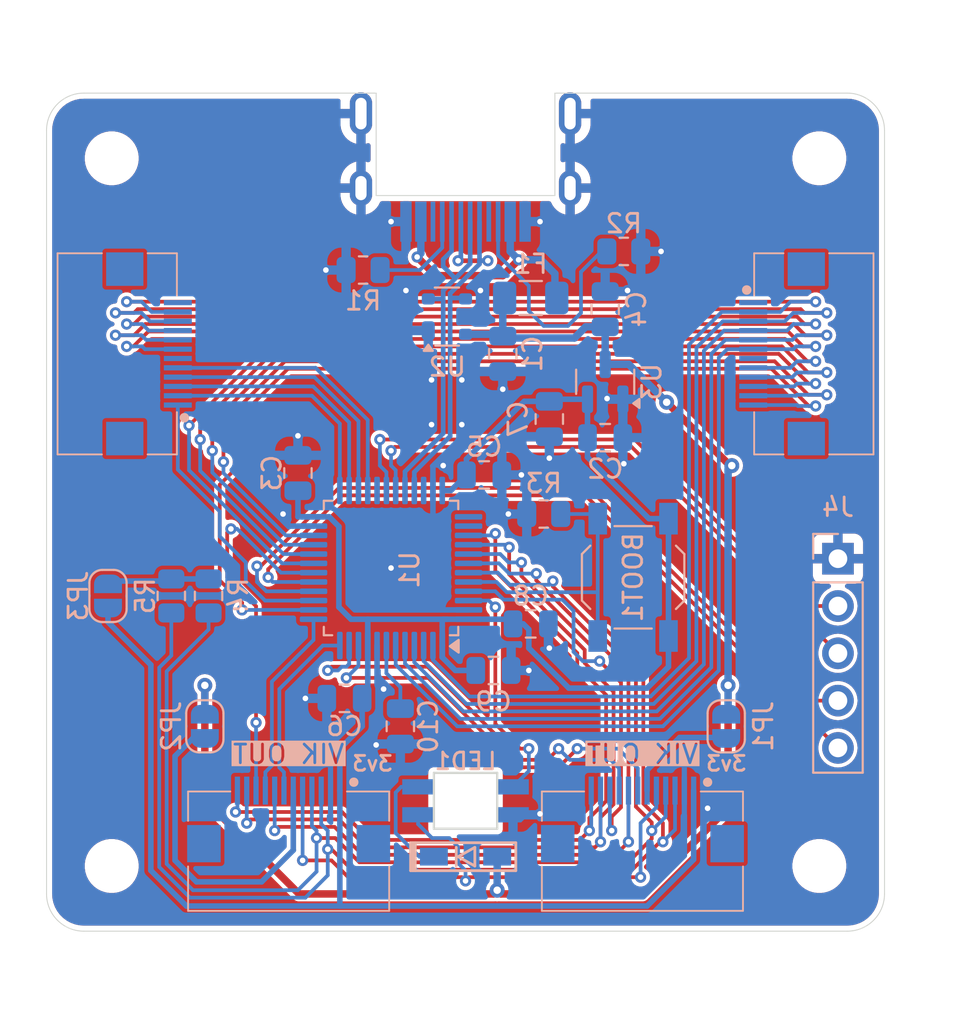
<source format=kicad_pcb>
(kicad_pcb (version 20240108) (generator "pcbnew") (generator_version "8.0")
  (layers (0 "F.Cu" signal) (31 "B.Cu" signal) (34 "B.Paste" user) (35 "F.Paste" user) (36 "B.SilkS" user "B.Silkscreen") (37 "F.SilkS" user "F.Silkscreen") (38 "B.Mask" user) (39 "F.Mask" user) (44 "Edge.Cuts" user))
  (net 0 "")
  (net 1 "BOOT0")
  (net 2 "+3V3")
  (net 3 "+5V")
  (net 4 "GND")
  (net 5 "NRST")
  (net 6 "Net-(D1-K)")
  (net 7 "VBUS")
  (net 8 "Net-(J1-CC2)")
  (net 10 "D-")
  (net 11 "Net-(J1-CC1)")
  (net 13 "D+")
  (net 14 "free1-mcu")
  (net 15 "col1-mcu")
  (net 16 "col4-mcu")
  (net 18 "row0-mcu")
  (net 19 "col2-mcu")
  (net 20 "col0-mcu")
  (net 21 "row3-mcu")
  (net 22 "row1-mcu")
  (net 23 "row2-mcu")
  (net 24 "col3-mcu")
  (net 25 "free2-mcu")
  (net 26 "row4-mcu")
  (net 28 "row5-mcu")
  (net 29 "row6-mcu")
  (net 30 "row7-mcu")
  (net 31 "VIK1_5V")
  (net 32 "VIK2_5V")
  (net 33 "I2C_3V3")
  (net 34 "LED_OUT")
  (net 35 "LED")
  (net 36 "SCL")
  (net 37 "SDA")
  (net 38 "ENCB")
  (net 39 "ENCS2")
  (net 40 "ENCA")
  (net 41 "ENCS1")
  (net 42 "VIK2_CS")
  (net 43 "VIK2_GPIO2")
  (net 44 "SPI_CLK")
  (net 45 "SPI_MISO")
  (net 46 "VIK2_GPIO1")
  (net 47 "VIK1_CS")
  (net 48 "/A14")
  (net 49 "/A13")
  (net 50 "/A15")
  (net 51 "VIK1_GPIO2")
  (net 52 "SPI_MOSI")
  (net 53 "VIK1_GPIO1")
  (net 54 "/A8")
  (footprint "zzkeeb:Hole_M2" (layer "F.Cu") (at 132.8 104.4)
    (property "Reference" "H3" (hide yes))
    (property "Value" "MountingHole" (hide yes))
  )
  (footprint "zzkeeb:Hole_M2" (layer "F.Cu") (at 132.8 66.4)
    (property "Reference" "H2" (hide yes))
    (property "Value" "MountingHole" (hide yes))
  )
  (footprint "zzkeeb:Hole_M2" (layer "F.Cu") (at 170.8 104.4)
    (property "Reference" "H4" (hide yes))
    (property "Value" "MountingHole" (hide yes))
  )
  (footprint "zzkeeb:Hole_M2" (layer "F.Cu") (at 170.8 66.4)
    (property "Reference" "H1" (hide yes))
    (property "Value" "MountingHole" (hide yes))
  )
  (footprint "zzkeeb:LED_SK6812-MINI-E" (layer "B.Cu") (at 151.8 100.9 180)
    (property "Reference" "LED1")
    (property "Value" "YS-SK6812MINI-E" (hide yes))
    (fp_line (start 1.7 1.5) (end 1.7 -1.5) (stroke (width 0.12)) (layer "Edge.Cuts"))
    (fp_line (start 1.7 -1.5) (end -1.7 -1.5) (stroke (width 0.12)) (layer "Edge.Cuts"))
    (fp_line (start -1.7 1.5) (end 1.7 1.5) (stroke (width 0.12)) (layer "Edge.Cuts"))
    (fp_line (start -1.7 -1.5) (end -1.7 1.5) (stroke (width 0.12)) (layer "Edge.Cuts"))
  )
  (footprint "zzkeeb:Connector_VIK-horizontal-keyboard" (layer "B.Cu") (at 161.3 101.9 180)
    (property "Reference" "VIK_K1")
    (property "Value" "Connector_VIK-keyboard" (hide yes))
  )
  (footprint "Resistor_SMD:R_0805_2012Metric" (layer "B.Cu") (at 146.3 72.4)
    (property "Reference" "R1")
    (property "Value" "5.1k")
  )
  (footprint "Jumper:SolderJumper-2_P1.3mm_Open_RoundedPad1.0x1.5mm" (layer "B.Cu") (at 165.8 96.9 -90)
    (property "Reference" "JP1")
    (property "Value" "5V")
  )
  (footprint "Capacitor_SMD:C_0805_2012Metric" (layer "B.Cu") (at 153.8 76.9 -90)
    (property "Reference" "C1")
    (property "Value" "100nF")
  )
  (footprint "Capacitor_SMD:C_0805_2012Metric" (layer "B.Cu") (at 159.3 81.4)
    (property "Reference" "C2")
    (property "Value" "10uF")
  )
  (footprint "Package_TO_SOT_SMD:SOT-143" (layer "B.Cu") (at 150.8 74.9)
    (property "Reference" "U2")
    (property "Value" "PRTR5V0U2X")
  )
  (footprint "Connector_PinSocket_2.54mm:PinSocket_1x05_P2.54mm_Vertical" (layer "B.Cu") (at 171.8 87.9 180)
    (property "Reference" "J4")
    (property "Value" "Conn_01x05_Pin")
  )
  (footprint "Capacitor_SMD:C_0805_2012Metric" (layer "B.Cu") (at 142.8 83.3 90)
    (property "Reference" "C3")
    (property "Value" "100nF")
  )
  (footprint "Capacitor_SMD:C_0805_2012Metric" (layer "B.Cu") (at 155.3 91.4)
    (property "Reference" "C8")
    (property "Value" "100nF")
  )
  (footprint "Resistor_SMD:R_0805_2012Metric" (layer "B.Cu") (at 136 89.9 -90)
    (property "Reference" "R5")
    (property "Value" "4.7k")
  )
  (footprint "Button_Switch_SMD:SW_SPST_TL3342" (layer "B.Cu") (at 160.8 88.9 90)
    (property "Reference" "BOOT1")
    (property "Value" "SW_SPST")
  )
  (footprint "Capacitor_SMD:C_0805_2012Metric" (layer "B.Cu") (at 152.8 83.4)
    (property "Reference" "C5")
    (property "Value" "100nF")
  )
  (footprint "Jumper:SolderJumper-2_P1.3mm_Open_RoundedPad1.0x1.5mm" (layer "B.Cu") (at 137.8 96.9 -90)
    (property "Reference" "JP2")
    (property "Value" "5V")
  )
  (footprint "Fuse:Fuse_1206_3216Metric" (layer "B.Cu") (at 155.3 73.9 180)
    (property "Reference" "F1")
    (property "Value" "1A")
  )
  (footprint "Resistor_SMD:R_0805_2012Metric" (layer "B.Cu") (at 160.3 71.4)
    (property "Reference" "R2")
    (property "Value" "5.1k")
  )
  (footprint "zzkeeb:Connector_FFC-12pin-0.5mm-horizontal" (layer "B.Cu") (at 134.8 76.9 90)
    (property "Reference" "J3")
    (property "Value" "Conn_01x12_Socket" (hide yes))
  )
  (footprint "Resistor_SMD:R_0805_2012Metric" (layer "B.Cu") (at 138 89.9 -90)
    (property "Reference" "R4")
    (property "Value" "4.7k")
  )
  (footprint "Capacitor_SMD:C_0805_2012Metric" (layer "B.Cu") (at 145.3 95.4 180)
    (property "Reference" "C6")
    (property "Value" "100nF")
  )
  (footprint "Jumper:SolderJumper-2_P1.3mm_Open_RoundedPad1.0x1.5mm" (layer "B.Cu") (at 132.6 89.9 -90)
    (property "Reference" "JP3")
    (property "Value" "VCC")
  )
  (footprint "Package_TO_SOT_SMD:SOT-23" (layer "B.Cu") (at 159.3 78.4 90)
    (property "Reference" "U3")
    (property "Value" "XC6206PxxxMR-Regulator_Linear")
  )
  (footprint "Package_QFP:LQFP-48_7x7mm_P0.5mm" (layer "B.Cu") (at 147.8 88.4 90)
    (property "Reference" "U1")
    (property "Value" "STM32F072CBT6")
  )
  (footprint "zzkeeb:Connector_FFC-12pin-0.5mm-horizontal" (layer "B.Cu") (at 168.8 76.9 -90)
    (property "Reference" "J2")
    (property "Value" "Conn_01x12_Socket" (hide yes))
  )
  (footprint "zzkeeb:Connector_VIK-horizontal-keyboard" (layer "B.Cu") (at 142.3 101.9 180)
    (property "Reference" "VIK_K2")
    (property "Value" "Connector_VIK-keyboard" (hide yes))
  )
  (footprint "zzkeeb:Diode_1N4148-SOD123" (layer "B.Cu") (at 151.8 103.9)
    (property "Reference" "D1" (hide yes))
    (property "Value" "D" (hide yes))
  )
  (footprint "Capacitor_SMD:C_0805_2012Metric" (layer "B.Cu") (at 153.3 93.9)
    (property "Reference" "C9")
    (property "Value" "100nF")
  )
  (footprint "Capacitor_SMD:C_0805_2012Metric" (layer "B.Cu") (at 156.3 80.4 -90)
    (property "Reference" "C7")
    (property "Value" "1uF")
  )
  (footprint "Capacitor_SMD:C_0805_2012Metric" (layer "B.Cu") (at 159.3 74.5 90)
    (property "Reference" "C4")
    (property "Value" "1uF")
  )
  (footprint "Resistor_SMD:R_0805_2012Metric" (layer "B.Cu") (at 156 85.5 180)
    (property "Reference" "R3")
    (property "Value" "10k")
  )
  (footprint "Capacitor_SMD:C_0805_2012Metric" (layer "B.Cu") (at 148.3 96.9 -90)
    (property "Reference" "C10")
    (property "Value" "100nF")
  )
  (footprint "zzkeeb:Connector_USB-C-mid-mount-ali" (layer "B.Cu") (at 151.8 66.65)
    (property "Reference" "J1" (hide yes))
    (property "Value" "USB_C_Receptacle_USB2.0" (hide yes))
  )
  (gr_line (start 131.3 107.9) (end 172.3 107.9) (stroke (width 0.05)) (layer "Edge.Cuts"))
  (gr_line (start 156.6 68.4) (end 156.6 62.9) (stroke (width 0.05)) (layer "Edge.Cuts"))
  (gr_line (start 129.3 64.9) (end 129.3 105.9) (stroke (width 0.05)) (layer "Edge.Cuts"))
  (gr_arc (start 131.3 107.9) (mid 129.885786 107.314214) (end 129.3 105.9) (stroke (width 0.05)) (layer "Edge.Cuts"))
  (gr_arc (start 174.3 105.9) (mid 173.714214 107.314214) (end 172.3 107.9) (stroke (width 0.05)) (layer "Edge.Cuts"))
  (gr_arc (start 172.3 62.9) (mid 173.714214 63.485786) (end 174.3 64.9) (stroke (width 0.05)) (layer "Edge.Cuts"))
  (gr_arc (start 129.3 64.9) (mid 129.885786 63.485786) (end 131.3 62.9) (stroke (width 0.05)) (layer "Edge.Cuts"))
  (gr_line (start 147 68.4) (end 156.6 68.4) (stroke (width 0.05)) (layer "Edge.Cuts"))
  (gr_line (start 172.3 62.9) (end 156.6 62.9) (stroke (width 0.05)) (layer "Edge.Cuts"))
  (gr_line (start 174.3 105.9) (end 174.3 64.9) (stroke (width 0.05)) (layer "Edge.Cuts"))
  (gr_line (start 147 62.9) (end 131.3 62.9) (stroke (width 0.05)) (layer "Edge.Cuts"))
  (gr_line (start 147 62.9) (end 147 68.4) (stroke (width 0.05)) (layer "Edge.Cuts"))
  (segment (start 153.464215 89.15) (end 154.014215 89.7) (width 0.2) (layer "B.Cu") (net 1))
  (segment (start 158.65 85.5) (end 156.9125 85.5) (width 0.2) (layer "B.Cu") (net 1))
  (segment (start 151.9625 89.15) (end 153.464215 89.15) (width 0.2) (layer "B.Cu") (net 1))
  (segment (start 154.014215 89.7) (end 158.9 89.7) (width 0.2) (layer "B.Cu") (net 1))
  (segment (start 158.9 92.05) (end 158.9 85.6) (width 0.2) (layer "B.Cu") (net 1))
  (segment (start 154.1 91.15) (end 154.35 90.9) (width 0.3) (layer "B.Cu") (net 2))
  (segment (start 150.55 91.5) (end 150.55 92.5625) (width 0.3) (layer "B.Cu") (net 2))
  (segment (start 161.55086 94.85) (end 157.35 94.85) (width 0.3) (layer "B.Cu") (net 2))
  (segment (start 146.55 91.15) (end 145.65 91.15) (width 0.3) (layer "B.Cu") (net 2))
  (segment (start 156.4125 79.3375) (end 156.3 79.45) (width 0.3) (layer "B.Cu") (net 2))
  (segment (start 150.8 91.15) (end 150.6 91.15) (width 0.3) (layer "B.Cu") (net 2))
  (segment (start 158.35 81.4) (end 158.35 82.45) (width 0.3) (layer "B.Cu") (net 2))
  (segment (start 150.6 91.15) (end 150.55 91.2) (width 0.3) (layer "B.Cu") (net 2))
  (segment (start 154.95 79.45) (end 151.85 82.55) (width 0.3) (layer "B.Cu") (net 2))
  (segment (start 146.25 96.9) (end 145.05 98.1) (width 0.3) (layer "B.Cu") (net 2))
  (segment (start 154.9 91.4) (end 154.35 91.4) (width 0.3) (layer "B.Cu") (net 2))
  (segment (start 136.811522 106.55) (end 161.55 106.55) (width 0.3) (layer "B.Cu") (net 2))
  (segment (start 151.85 82.55) (end 151.85 83.4) (width 0.3) (layer "B.Cu") (net 2))
  (segment (start 145 86.17188) (end 144.47812 85.65) (width 0.3) (layer "B.Cu") (net 2))
  (segment (start 155.2 91.7) (end 154.9 91.4) (width 0.3) (layer "B.Cu") (net 2))
  (segment (start 162.7 93.70086) (end 161.55086 94.85) (width 0.3) (layer "B.Cu") (net 2))
  (segment (start 150.8 91.15) (end 146.55 91.15) (width 0.3) (layer "B.Cu") (net 2))
  (segment (start 145 90.5) (end 145 86.17188) (width 0.3) (layer "B.Cu") (net 2))
  (segment (start 162.7 92.05) (end 162.7 85.75) (width 0.3) (layer "B.Cu") (net 2))
  (segment (start 152.35 93.9) (end 151.253986 93.9) (width 0.3) (layer "B.Cu") (net 2))
  (segment (start 151.9625 91.15) (end 150.8 91.15) (width 0.3) (layer "B.Cu") (net 2))
  (segment (start 150.55 91.2) (end 150.55 91.5) (width 0.3) (layer "B.Cu") (net 2))
  (segment (start 162.7 92.05) (end 162.7 93.70086) (width 0.3) (layer "B.Cu") (net 2))
  (segment (start 143.6375 85.65) (end 142.8 85.65) (width 0.3) (layer "B.Cu") (net 2))
  (segment (start 145.65 91.15) (end 145 90.5) (width 0.3) (layer "B.Cu") (net 2))
  (segment (start 158.35 81.4) (end 158.35 79.3375) (width 0.3) (layer "B.Cu") (net 2))
  (segment (start 161.65 85.75) (end 162.7 85.75) (width 0.3) (layer "B.Cu") (net 2))
  (segment (start 134.9 104.638478) (end 136.811522 106.55) (width 0.3) (layer "B.Cu") (net 2))
  (segment (start 142.8 85.65) (end 142.8 84.25) (width 0.3) (layer "B.Cu") (net 2))
  (segment (start 144.47812 85.65) (end 143.6375 85.65) (width 0.3) (layer "B.Cu") (net 2))
  (segment (start 151.9625 91.15) (end 154.1 91.15) (width 0.3) (layer "B.Cu") (net 2))
  (segment (start 155.2 92.7) (end 155.2 91.7) (width 0.3) (layer "B.Cu") (net 2))
  (segment (start 146.25 95.3) (end 146.25 96.9) (width 0.3) (layer "B.Cu") (net 2))
  (segment (start 158.35 79.3375) (end 156.4125 79.3375) (width 0.3) (layer "B.Cu") (net 2))
  (segment (start 134.9 93.6) (end 134.9 104.638478) (width 0.3) (layer "B.Cu") (net 2))
  (segment (start 161.55 106.55) (end 164.05 104.05) (width 0.3) (layer "B.Cu") (net 2))
  (segment (start 145.05 98.1) (end 145.05 100.35) (width 0.3) (layer "B.Cu") (net 2))
  (segment (start 151.85 83.4) (end 151.0125 84.2375) (width 0.3) (layer "B.Cu") (net 2))
  (segment (start 164.05 104.05) (end 164.05 100.35) (width 0.3) (layer "B.Cu") (net 2))
  (segment (start 157.35 94.85) (end 155.2 92.7) (width 0.3) (layer "B.Cu") (net 2))
  (segment (start 158.35 82.45) (end 161.65 85.75) (width 0.3) (layer "B.Cu") (net 2))
  (segment (start 150.55 93.196014) (end 150.55 92.5625) (width 0.3) (layer "B.Cu") (net 2))
  (segment (start 132.6 90.55) (end 132.6 91.3) (width 0.3) (layer "B.Cu") (net 2))
  (segment (start 145.05 106.55) (end 145.05 100.35) (width 0.3) (layer "B.Cu") (net 2))
  (segment (start 152.35 93.4) (end 152.35 93.9) (width 0.3) (layer "B.Cu") (net 2))
  (segment (start 146.55 95.1) (end 146.25 95.4) (width 0.3) (layer "B.Cu") (net 2))
  (segment (start 156.3 79.45) (end 154.95 79.45) (width 0.3) (layer "B.Cu") (net 2))
  (segment (start 151.0125 84.2375) (end 150.55 84.2375) (width 0.3) (layer "B.Cu") (net 2))
  (segment (start 151.253986 93.9) (end 150.55 93.196014) (width 0.3) (layer "B.Cu") (net 2))
  (segment (start 146.55 91.15) (end 146.55 95.1) (width 0.3) (layer "B.Cu") (net 2))
  (segment (start 132.6 91.3) (end 134.9 93.6) (width 0.3) (layer "B.Cu") (net 2))
  (segment (start 153.5 105.7) (end 153.7 105.9) (width 0.4) (layer "F.Cu") (net 3))
  (segment (start 153.7 105.9) (end 161.28995 105.9) (width 0.4) (layer "F.Cu") (net 3))
  (segment (start 142.86005 105.9) (end 137.8 100.83995) (width 0.4) (layer "F.Cu") (net 3))
  (segment (start 161.28995 105.9) (end 165.9 101.28995) (width 0.4) (layer "F.Cu") (net 3))
  (segment (start 137.8 100.83995) (end 137.8 94.7) (width 0.4) (layer "F.Cu") (net 3))
  (segment (start 166 82.9) (end 166.1 82.9) (width 0.4) (layer "F.Cu") (net 3))
  (segment (start 165.9 101.28995) (end 165.9 94.7) (width 0.4) (layer "F.Cu") (net 3))
  (segment (start 153.5 105.7) (end 153.3 105.9) (width 0.4) (layer "F.Cu") (net 3))
  (segment (start 153.3 105.9) (end 142.86005 105.9) (width 0.4) (layer "F.Cu") (net 3))
  (segment (start 162.6 79.5) (end 166 82.9) (width 0.4) (layer "F.Cu") (net 3))
  (via (at 166.1 82.9) (size 0.8) (drill 0.4) (layers "F.Cu" "B.Cu") (net 3))
  (via (at 137.8 94.7) (size 0.8) (drill 0.4) (layers "F.Cu" "B.Cu") (net 3))
  (via (at 162.6 79.5) (size 0.8) (drill 0.4) (layers "F.Cu" "B.Cu") (net 3))
  (via (at 165.9 94.7) (size 0.8) (drill 0.4) (layers "F.Cu" "B.Cu") (net 3))
  (via (at 153.5 105.7) (size 0.8) (drill 0.4) (layers "F.Cu" "B.Cu") (net 3))
  (segment (start 153.8 76.05) (end 153.6 75.85) (width 0.4) (layer "B.Cu") (net 3))
  (segment (start 166.1 82.9) (end 165.9 83.1) (width 0.4) (layer "B.Cu") (net 3))
  (segment (start 153.6 75.85) (end 151.8 75.85) (width 0.4) (layer "B.Cu") (net 3))
  (segment (start 137.8 96.25) (end 137.8 94.7) (width 0.4) (layer "B.Cu") (net 3))
  (segment (start 165.9 94.7) (end 165.9 96.15) (width 0.4) (layer "B.Cu") (net 3))
  (segment (start 159.3 75.45) (end 159.3 77.9625) (width 0.4) (layer "B.Cu") (net 3))
  (segment (start 153.8 76.05) (end 153.8 73.8) (width 0.4) (layer "B.Cu") (net 3))
  (segment (start 165.9 96.15) (end 165.8 96.25) (width 0.4) (layer "B.Cu") (net 3))
  (segment (start 165.9 83.1) (end 165.9 94.7) (width 0.4) (layer "B.Cu") (net 3))
  (segment (start 158.25 75.45) (end 159.3 75.45) (width 0.4) (layer "B.Cu") (net 3))
  (segment (start 153.5 105.7) (end 153.5 103.9) (width 0.4) (layer "B.Cu") (net 3))
  (segment (start 157.65 76.05) (end 158.25 75.45) (width 0.4) (layer "B.Cu") (net 3))
  (segment (start 162.6 79.5) (end 160.5625 77.4625) (width 0.4) (layer "B.Cu") (net 3))
  (segment (start 160.5625 77.4625) (end 159.3 77.4625) (width 0.4) (layer "B.Cu") (net 3))
  (segment (start 153.8 76.05) (end 157.65 76.05) (width 0.4) (layer "B.Cu") (net 3))
  (via (at 153.8 78.8) (size 0.6) (drill 0.3) (layers "F.Cu" "B.Cu") (net 4))
  (via (at 142 85.5) (size 0.6) (drill 0.3) (layers "F.Cu" "B.Cu") (net 4))
  (via (at 148.6 73.5) (size 0.6) (drill 0.3) (layers "F.Cu" "B.Cu") (net 4))
  (via (at 149.975 80.7) (size 0.6) (drill 0.3) (layers "F.Cu" "B.Cu") (net 4))
  (via (at 155.8 69.8) (size 0.6) (drill 0.3) (layers "F.Cu" "B.Cu") (net 4))
  (via (at 160.3 82.8) (size 0.6) (drill 0.3) (layers "F.Cu" "B.Cu") (net 4))
  (via (at 147.8 69.8) (size 0.6) (drill 0.3) (layers "F.Cu" "B.Cu") (net 4))
  (via (at 147.4 94.9) (size 0.6) (drill 0.3) (layers "F.Cu" "B.Cu") (net 4))
  (via (at 164.8 101.3) (size 0.6) (drill 0.3) (layers "F.Cu" "B.Cu") (net 4))
  (via (at 155.8 101.6) (size 0.6) (drill 0.3) (layers "F.Cu" "B.Cu") (net 4))
  (via (at 155.2 93.9) (size 0.6) (drill 0.3) (layers "F.Cu" "B.Cu") (net 4))
  (via (at 154.8 83.4) (size 0.6) (drill 0.3) (layers "F.Cu" "B.Cu") (net 4))
  (via (at 147 97.9) (size 0.6) (drill 0.3) (layers "F.Cu" "B.Cu") (net 4))
  (via (at 154.1 85.5) (size 0.6) (drill 0.3) (layers "F.Cu" "B.Cu") (net 4))
  (via (at 143.2 95.4) (size 0.6) (drill 0.3) (layers "F.Cu" "B.Cu") (net 4))
  (via (at 156.3 92.7) (size 0.6) (drill 0.3) (layers "F.Cu" "B.Cu") (net 4))
  (via (at 152.6 73.5) (size 0.6) (drill 0.3) (layers "F.Cu" "B.Cu") (net 4))
  (via (at 150.6 82.9) (size 0.6) (drill 0.3) (layers "F.Cu" "B.Cu") (net 4))
  (via (at 162.3 71.4) (size 0.6) (drill 0.3) (layers "F.Cu" "B.Cu") (net 4))
  (via (at 159.4 79.3) (size 0.6) (drill 0.3) (layers "F.Cu" "B.Cu") (net 4))
  (via (at 151.6 80.7) (size 0.6) (drill 0.3) (layers "F.Cu" "B.Cu") (net 4))
  (via (at 156.3 82.5) (size 0.6) (drill 0.3) (layers "F.Cu" "B.Cu") (net 4))
  (via (at 147.8 88.4) (size 0.6) (drill 0.3) (layers "F.Cu" "B.Cu") (net 4))
  (via (at 151.6 78.3) (size 0.6) (drill 0.3) (layers "F.Cu" "B.Cu") (net 4))
  (via (at 149.975 78.3) (size 0.6) (drill 0.3) (layers "F.Cu" "B.Cu") (net 4))
  (via (at 160.5 73.5) (size 0.6) (drill 0.3) (layers "F.Cu" "B.Cu") (net 4))
  (via (at 144.3 72.4) (size 0.6) (drill 0.3) (layers "F.Cu" "B.Cu") (net 4))
  (via (at 142.8 81.3) (size 0.6) (drill 0.3) (layers "F.Cu" "B.Cu") (net 4))
  (segment (start 148.3 94.8) (end 148.3 95.95) (width 0.2) (layer "B.Cu") (net 5))
  (segment (start 147.55 92.5625) (end 147.55 94.05) (width 0.2) (layer "B.Cu") (net 5))
  (segment (start 147.55 94.05) (end 148.3 94.8) (width 0.2) (layer "B.Cu") (net 5))
  (segment (start 148.05 102.63) (end 148.05 100.45) (width 0.2) (layer "B.Cu") (net 6))
  (segment (start 149.32 103.9) (end 148.05 102.63) (width 0.2) (layer "B.Cu") (net 6))
  (segment (start 148.35 100.15) (end 149.25 100.15) (width 0.2) (layer "B.Cu") (net 6))
  (segment (start 150.1 103.9) (end 149.32 103.9) (width 0.2) (layer "B.Cu") (net 6))
  (segment (start 148.05 100.45) (end 148.35 100.15) (width 0.2) (layer "B.Cu") (net 6))
  (segment (start 153.8 72.7) (end 154.65 71.85) (width 0.4) (layer "F.Cu") (net 7))
  (segment (start 150.2 72.7) (end 153.8 72.7) (width 0.4) (layer "F.Cu") (net 7))
  (segment (start 149.2 71.7) (end 150.2 72.7) (width 0.4) (layer "F.Cu") (net 7))
  (via (at 154.65 71.85) (size 0.6) (drill 0.3) (layers "F.Cu" "B.Cu") (net 7))
  (via (at 149.2 71.7) (size 0.6) (drill 0.3) (layers "F.Cu" "B.Cu") (net 7))
  (segment (start 156.6 73.8) (end 156.8 73.8) (width 0.4) (layer "B.Cu") (net 7))
  (segment (start 154.65 71.85) (end 155.85 71.85) (width 0.4) (layer "B.Cu") (net 7))
  (segment (start 154.2 71.4) (end 154.65 71.85) (width 0.4) (layer "B.Cu") (net 7))
  (segment (start 155.85 71.85) (end 156.6 72.6) (width 0.4) (layer "B.Cu") (net 7))
  (segment (start 154.2 69.65) (end 154.2 71.4) (width 0.4) (layer "B.Cu") (net 7))
  (segment (start 156.6 72.6) (end 156.6 73.8) (width 0.4) (layer "B.Cu") (net 7))
  (segment (start 149.4 71.5) (end 149.4 69.65) (width 0.4) (layer "B.Cu") (net 7))
  (segment (start 149.2 71.7) (end 149.4 71.5) (width 0.4) (layer "B.Cu") (net 7))
  (segment (start 155.2 74.6) (end 156 75.4) (width 0.2) (layer "B.Cu") (net 8))
  (segment (start 159.1 71.4) (end 159.3875 71.4) (width 0.2) (layer "B.Cu") (net 8))
  (segment (start 157.3 75.4) (end 158 74.7) (width 0.2) (layer "B.Cu") (net 8))
  (segment (start 153.55 71.598529) (end 155.2 73.248529) (width 0.2) (layer "B.Cu") (net 8))
  (segment (start 153.55 69.65) (end 153.55 71.598529) (width 0.2) (layer "B.Cu") (net 8))
  (segment (start 158 72.5) (end 159.1 71.4) (width 0.2) (layer "B.Cu") (net 8))
  (segment (start 155.2 73.248529) (end 155.2 74.6) (width 0.2) (layer "B.Cu") (net 8))
  (segment (start 156 75.4) (end 157.3 75.4) (width 0.2) (layer "B.Cu") (net 8))
  (segment (start 158 74.7) (end 158 72.5) (width 0.2) (layer "B.Cu") (net 8))
  (segment (start 150.6 73.5) (end 150.6 81.16967) (width 0.25) (layer "B.Cu") (net 10))
  (segment (start 152.05 72.05) (end 151.1 73) (width 0.25) (layer "B.Cu") (net 10))
  (segment (start 150.6 71.828768) (end 150.6 72.2) (width 0.25) (layer "B.Cu") (net 10))
  (segment (start 150.6 72.2) (end 151.2 72.8) (width 0.25) (layer "B.Cu") (net 10))
  (segment (start 150.6 73.95) (end 149.8 73.95) (width 0.25) (layer "B.Cu") (net 10))
  (segment (start 151.05 71.378768) (end 150.6 71.828768) (width 0.25) (layer "B.Cu") (net 10))
  (segment (start 151.05 69.8) (end 151.05 71.378768) (width 0.25) (layer "B.Cu") (net 10))
  (segment (start 151.1 73) (end 150.6 73.5) (width 0.25) (layer "B.Cu") (net 10))
  (segment (start 152.05 69.8) (end 152.05 72.05) (width 0.25) (layer "B.Cu") (net 10))
  (segment (start 150.6 81.16967) (end 148.55 83.21967) (width 0.25) (layer "B.Cu") (net 10))
  (segment (start 148.55 83.21967) (end 148.55 84.2375) (width 0.25) (layer "B.Cu") (net 10))
  (segment (start 149.348529 72.4) (end 147.2125 72.4) (width 0.2) (layer "B.Cu") (net 11))
  (segment (start 150.55 69.65) (end 150.55 71.198529) (width 0.2) (layer "B.Cu") (net 11))
  (segment (start 150.55 71.198529) (end 149.348529 72.4) (width 0.2) (layer "B.Cu") (net 11))
  (segment (start 151.4 71.9) (end 153 71.9) (width 0.25) (layer "F.Cu") (net 13))
  (via (at 153 71.9) (size 0.6) (drill 0.3) (layers "F.Cu" "B.Cu") (net 13))
  (via (at 151.4 71.9) (size 0.6) (drill 0.3) (layers "F.Cu" "B.Cu") (net 13))
  (segment (start 149.05 83.25) (end 149.05 84.2375) (width 0.25) (layer "B.Cu") (net 13))
  (segment (start 151.025 73.9) (end 151.75 73.9) (width 0.25) (layer "B.Cu") (net 13))
  (segment (start 152.55 71.9) (end 152.55 72.08033) (width 0.25) (layer "B.Cu") (net 13))
  (segment (start 150.975 81.325) (end 149.05 83.25) (width 0.25) (layer "B.Cu") (net 13))
  (segment (start 151.4 71.9) (end 151.55 71.75) (width 0.25) (layer "B.Cu") (net 13))
  (segment (start 150.975 73.65533) (end 150.975 81.325) (width 0.25) (layer "B.Cu") (net 13))
  (segment (start 151.75 73.9) (end 151.8 73.95) (width 0.25) (layer "B.Cu") (net 13))
  (segment (start 152.55 72.08033) (end 150.975 73.65533) (width 0.25) (layer "B.Cu") (net 13))
  (segment (start 153 71.9) (end 152.55 71.9) (width 0.25) (layer "B.Cu") (net 13))
  (segment (start 151.55 71.75) (end 151.55 69.8) (width 0.25) (layer "B.Cu") (net 13))
  (segment (start 152.55 69.8) (end 152.55 71.9) (width 0.25) (layer "B.Cu") (net 13))
  (segment (start 139.4 80.562744) (end 142.262744 77.7) (width 0.2) (layer "F.Cu") (net 14))
  (segment (start 139.8 90.265686) (end 138.6 89.065686) (width 0.2) (layer "F.Cu") (net 14))
  (segment (start 139.4 83.124265) (end 139.4 80.562744) (width 0.2) (layer "F.Cu") (net 14))
  (segment (start 138.6 83.924265) (end 139.4 83.124265) (width 0.2) (layer "F.Cu") (net 14))
  (segment (start 138.6 89.065686) (end 138.6 83.924265) (width 0.2) (layer "F.Cu") (net 14))
  (segment (start 168.234314 77.7) (end 170.234314 79.7) (width 0.2) (layer "F.Cu") (net 14))
  (segment (start 139.8 90.65) (end 139.8 90.265686) (width 0.2) (layer "F.Cu") (net 14))
  (segment (start 142.262744 77.7) (end 168.234314 77.7) (width 0.2) (layer "F.Cu") (net 14))
  (segment (start 170.234314 79.7) (end 170.6 79.7) (width 0.2) (layer "F.Cu") (net 14))
  (via (at 139.8 90.65) (size 0.6) (drill 0.3) (layers "F.Cu" "B.Cu") (net 14))
  (via (at 170.6 79.7) (size 0.6) (drill 0.3) (layers "F.Cu" "B.Cu") (net 14))
  (segment (start 170.6 79.7) (end 169.65 79.7) (width 0.2) (layer "B.Cu") (net 14))
  (segment (start 169.6 79.65) (end 167.25 79.65) (width 0.2) (layer "B.Cu") (net 14))
  (segment (start 139.8 90.65) (end 143.6375 90.65) (width 0.2) (layer "B.Cu") (net 14))
  (segment (start 169.65 79.7) (end 169.6 79.65) (width 0.2) (layer "B.Cu") (net 14))
  (segment (start 134.6 75.3) (end 169.434314 75.3) (width 0.2) (layer "F.Cu") (net 15))
  (segment (start 133 75.9) (end 134 75.9) (width 0.2) (layer "F.Cu") (net 15))
  (segment (start 169.434314 75.3) (end 170.034314 75.9) (width 0.2) (layer "F.Cu") (net 15))
  (segment (start 170.034314 75.9) (end 171.2 75.9) (width 0.2) (layer "F.Cu") (net 15))
  (segment (start 134 75.9) (end 134.6 75.3) (width 0.2) (layer "F.Cu") (net 15))
  (via (at 133 75.9) (size 0.6) (drill 0.3) (layers "F.Cu" "B.Cu") (net 15))
  (via (at 171.2 75.9) (size 0.6) (drill 0.3) (layers "F.Cu" "B.Cu") (net 15))
  (segment (start 151.520532 96.5) (end 162.234314 96.5) (width 0.2) (layer "B.Cu") (net 15))
  (segment (start 169.6 75.9) (end 169.35 76.15) (width 0.2) (layer "B.Cu") (net 15))
  (segment (start 165.75 76.15) (end 167.25 76.15) (width 0.2) (layer "B.Cu") (net 15))
  (segment (start 134.4 75.9) (end 134.65 76.15) (width 0.2) (layer "B.Cu") (net 15))
  (segment (start 148.55 92.5625) (end 148.55 93.529468) (width 0.2) (layer "B.Cu") (net 15))
  (segment (start 165 76.9) (end 165.75 76.15) (width 0.2) (layer "B.Cu") (net 15))
  (segment (start 162.234314 96.5) (end 165 93.734314) (width 0.2) (layer "B.Cu") (net 15))
  (segment (start 165 93.734314) (end 165 76.9) (width 0.2) (layer "B.Cu") (net 15))
  (segment (start 133 75.9) (end 134.4 75.9) (width 0.2) (layer "B.Cu") (net 15))
  (segment (start 148.55 93.529468) (end 151.520532 96.5) (width 0.2) (layer "B.Cu") (net 15))
  (segment (start 134.65 76.15) (end 136.35 76.15) (width 0.2) (layer "B.Cu") (net 15))
  (segment (start 169.35 76.15) (end 167.25 76.15) (width 0.2) (layer "B.Cu") (net 15))
  (segment (start 171.2 75.9) (end 169.6 75.9) (width 0.2) (layer "B.Cu") (net 15))
  (segment (start 133.6 74.1) (end 170.6 74.1) (width 0.2) (layer "F.Cu") (net 16))
  (via (at 170.6 74.1) (size 0.6) (drill 0.3) (layers "F.Cu" "B.Cu") (net 16))
  (via (at 133.6 74.1) (size 0.6) (drill 0.3) (layers "F.Cu" "B.Cu") (net 16))
  (segment (start 134.4 74.1) (end 134.95 74.65) (width 0.2) (layer "B.Cu") (net 16))
  (segment (start 163.8 93.237256) (end 161.737256 95.3) (width 0.2) (layer "B.Cu") (net 16))
  (segment (start 167.25 74.65) (end 165.552942 74.65) (width 0.2) (layer "B.Cu") (net 16))
  (segment (start 168.7 74.65) (end 167.25 74.65) (width 0.2) (layer "B.Cu") (net 16))
  (segment (start 150.05 93.33241) (end 150.05 92.5625) (width 0.2) (layer "B.Cu") (net 16))
  (segment (start 152.01759 95.3) (end 150.05 93.33241) (width 0.2) (layer "B.Cu") (net 16))
  (segment (start 170.6 74.1) (end 169.25 74.1) (width 0.2) (layer "B.Cu") (net 16))
  (segment (start 161.737256 95.3) (end 152.01759 95.3) (width 0.2) (layer "B.Cu") (net 16))
  (segment (start 163.8 76.402942) (end 163.8 93.237256) (width 0.2) (layer "B.Cu") (net 16))
  (segment (start 133.6 74.1) (end 134.4 74.1) (width 0.2) (layer "B.Cu") (net 16))
  (segment (start 165.552942 74.65) (end 163.8 76.402942) (width 0.2) (layer "B.Cu") (net 16))
  (segment (start 169.25 74.1) (end 168.7 74.65) (width 0.2) (layer "B.Cu") (net 16))
  (segment (start 134.95 74.65) (end 136.35 74.65) (width 0.2) (layer "B.Cu") (net 16))
  (segment (start 170.2 79.1) (end 171.2 79.1) (width 0.2) (layer "F.Cu") (net 18))
  (segment (start 138.8 80.597058) (end 142.097058 77.3) (width 0.2) (layer "F.Cu") (net 18))
  (segment (start 168.4 77.3) (end 170.2 79.1) (width 0.2) (layer "F.Cu") (net 18))
  (segment (start 142.097058 77.3) (end 168.4 77.3) (width 0.2) (layer "F.Cu") (net 18))
  (segment (start 138.8 82.7) (end 138.8 80.597058) (width 0.2) (layer "F.Cu") (net 18))
  (via (at 171.2 79.1) (size 0.6) (drill 0.3) (layers "F.Cu" "B.Cu") (net 18))
  (via (at 138.8 82.7) (size 0.6) (drill 0.3) (layers "F.Cu" "B.Cu") (net 18))
  (segment (start 138.8 83.3) (end 142.15 86.65) (width 0.2) (layer "B.Cu") (net 18))
  (segment (start 169.55 79.15) (end 167.25 79.15) (width 0.2) (layer "B.Cu") (net 18))
  (segment (start 142.15 86.65) (end 143.6375 86.65) (width 0.2) (layer "B.Cu") (net 18))
  (segment (start 171.2 79.1) (end 169.6 79.1) (width 0.2) (layer "B.Cu") (net 18))
  (segment (start 138.8 82.7) (end 138.8 83.3) (width 0.2) (layer "B.Cu") (net 18))
  (segment (start 169.6 79.1) (end 169.55 79.15) (width 0.2) (layer "B.Cu") (net 18))
  (segment (start 134.4 74.9) (end 169.6 74.9) (width 0.2) (layer "F.Cu") (net 19))
  (segment (start 134 75.3) (end 134.4 74.9) (width 0.2) (layer "F.Cu") (net 19))
  (segment (start 133.6 75.3) (end 134 75.3) (width 0.2) (layer "F.Cu") (net 19))
  (segment (start 170 75.3) (end 170.6 75.3) (width 0.2) (layer "F.Cu") (net 19))
  (segment (start 169.6 74.9) (end 170 75.3) (width 0.2) (layer "F.Cu") (net 19))
  (via (at 133.6 75.3) (size 0.6) (drill 0.3) (layers "F.Cu" "B.Cu") (net 19))
  (via (at 170.6 75.3) (size 0.6) (drill 0.3) (layers "F.Cu" "B.Cu") (net 19))
  (segment (start 133.6 75.3) (end 134.434314 75.3) (width 0.2) (layer "B.Cu") (net 19))
  (segment (start 170.6 75.3) (end 169.415686 75.3) (width 0.2) (layer "B.Cu") (net 19))
  (segment (start 162.068628 96.1) (end 151.686218 96.1) (width 0.2) (layer "B.Cu") (net 19))
  (segment (start 149.05 93.463782) (end 149.05 92.5625) (width 0.2) (layer "B.Cu") (net 19))
  (segment (start 169.415686 75.3) (end 169.065686 75.65) (width 0.2) (layer "B.Cu") (net 19))
  (segment (start 167.25 75.65) (end 165.684314 75.65) (width 0.2) (layer "B.Cu") (net 19))
  (segment (start 165.684314 75.65) (end 164.6 76.734314) (width 0.2) (layer "B.Cu") (net 19))
  (segment (start 164.6 76.734314) (end 164.6 93.568628) (width 0.2) (layer "B.Cu") (net 19))
  (segment (start 164.6 93.568628) (end 162.068628 96.1) (width 0.2) (layer "B.Cu") (net 19))
  (segment (start 151.686218 96.1) (end 149.05 93.463782) (width 0.2) (layer "B.Cu") (net 19))
  (segment (start 169.065686 75.65) (end 167.25 75.65) (width 0.2) (layer "B.Cu") (net 19))
  (segment (start 134.434314 75.3) (end 134.784314 75.65) (width 0.2) (layer "B.Cu") (net 19))
  (segment (start 134.784314 75.65) (end 136.35 75.65) (width 0.2) (layer "B.Cu") (net 19))
  (segment (start 169.120143 75.7) (end 169.920143 76.5) (width 0.2) (layer "F.Cu") (net 20))
  (segment (start 133.965686 76.5) (end 134.765686 75.7) (width 0.2) (layer "F.Cu") (net 20))
  (segment (start 134.765686 75.7) (end 169.120143 75.7) (width 0.2) (layer "F.Cu") (net 20))
  (segment (start 169.920143 76.5) (end 170.6 76.5) (width 0.2) (layer "F.Cu") (net 20))
  (segment (start 133.6 76.5) (end 133.965686 76.5) (width 0.2) (layer "F.Cu") (net 20))
  (via (at 170.6 76.5) (size 0.6) (drill 0.3) (layers "F.Cu" "B.Cu") (net 20))
  (via (at 133.6 76.5) (size 0.6) (drill 0.3) (layers "F.Cu" "B.Cu") (net 20))
  (segment (start 165.85 76.65) (end 165.4 77.1) (width 0.2) (layer "B.Cu") (net 20))
  (segment (start 167.25 76.65) (end 165.85 76.65) (width 0.2) (layer "B.Cu") (net 20))
  (segment (start 162.4 96.9) (end 151.354846 96.9) (width 0.2) (layer "B.Cu") (net 20))
  (segment (start 134.584314 76.65) (end 136.35 76.65) (width 0.2) (layer "B.Cu") (net 20))
  (segment (start 165.4 93.9) (end 162.4 96.9) (width 0.2) (layer "B.Cu") (net 20))
  (segment (start 169.55 76.5) (end 169.4 76.65) (width 0.2) (layer "B.Cu") (net 20))
  (segment (start 133.6 76.5) (end 134.434314 76.5) (width 0.2) (layer "B.Cu") (net 20))
  (segment (start 151.354846 96.9) (end 148.05 93.595154) (width 0.2) (layer "B.Cu") (net 20))
  (segment (start 148.05 93.595154) (end 148.05 92.5625) (width 0.2) (layer "B.Cu") (net 20))
  (segment (start 165.4 77.1) (end 165.4 93.9) (width 0.2) (layer "B.Cu") (net 20))
  (segment (start 170.6 76.5) (end 169.55 76.5) (width 0.2) (layer "B.Cu") (net 20))
  (segment (start 134.434314 76.5) (end 134.584314 76.65) (width 0.2) (layer "B.Cu") (net 20))
  (segment (start 169.4 76.65) (end 167.25 76.65) (width 0.2) (layer "B.Cu") (net 20))
  (segment (start 141.6 76.1) (end 168.954457 76.1) (width 0.2) (layer "F.Cu") (net 21))
  (segment (start 170.154457 77.3) (end 170.6 77.3) (width 0.2) (layer "F.Cu") (net 21))
  (segment (start 168.954457 76.1) (end 170.154457 77.3) (width 0.2) (layer "F.Cu") (net 21))
  (segment (start 136.95 80.75) (end 141.6 76.1) (width 0.2) (layer "F.Cu") (net 21))
  (via (at 170.6 77.3) (size 0.6) (drill 0.3) (layers "F.Cu" "B.Cu") (net 21))
  (via (at 136.95 80.75) (size 0.6) (drill 0.3) (layers "F.Cu" "B.Cu") (net 21))
  (segment (start 170.6 77.3) (end 169.6 77.3) (width 0.2) (layer "B.Cu") (net 21))
  (segment (start 169.6 77.3) (end 169.25 77.65) (width 0.2) (layer "B.Cu") (net 21))
  (segment (start 169.25 77.65) (end 167.25 77.65) (width 0.2) (layer "B.Cu") (net 21))
  (segment (start 141.952942 88.15) (end 143.6375 88.15) (width 0.2) (layer "B.Cu") (net 21))
  (segment (start 136.95 80.75) (end 136.95 83.147058) (width 0.2) (layer "B.Cu") (net 21))
  (segment (start 136.95 83.147058) (end 141.952942 88.15) (width 0.2) (layer "B.Cu") (net 21))
  (segment (start 138.2 82.1) (end 138.2 80.631372) (width 0.2) (layer "F.Cu") (net 22))
  (segment (start 138.2 80.631372) (end 141.931372 76.9) (width 0.2) (layer "F.Cu") (net 22))
  (segment (start 141.931372 76.9) (end 168.623085 76.9) (width 0.2) (layer "F.Cu") (net 22))
  (segment (start 168.623085 76.9) (end 170.223085 78.5) (width 0.2) (layer "F.Cu") (net 22))
  (segment (start 170.223085 78.5) (end 170.6 78.5) (width 0.2) (layer "F.Cu") (net 22))
  (via (at 170.6 78.5) (size 0.6) (drill 0.3) (layers "F.Cu" "B.Cu") (net 22))
  (via (at 138.2 82.1) (size 0.6) (drill 0.3) (layers "F.Cu" "B.Cu") (net 22))
  (segment (start 138.2 82.1) (end 138.2 83.265686) (width 0.2) (layer "B.Cu") (net 22))
  (segment (start 170.6 78.5) (end 169.6 78.5) (width 0.2) (layer "B.Cu") (net 22))
  (segment (start 169.45 78.65) (end 167.25 78.65) (width 0.2) (layer "B.Cu") (net 22))
  (segment (start 169.6 78.5) (end 169.45 78.65) (width 0.2) (layer "B.Cu") (net 22))
  (segment (start 142.084314 87.15) (end 143.6375 87.15) (width 0.2) (layer "B.Cu") (net 22))
  (segment (start 138.2 83.265686) (end 142.084314 87.15) (width 0.2) (layer "B.Cu") (net 22))
  (segment (start 141.765686 76.5) (end 168.788771 76.5) (width 0.2) (layer "F.Cu") (net 23))
  (segment (start 137.55 81.5) (end 137.55 80.715686) (width 0.2) (layer "F.Cu") (net 23))
  (segment (start 168.788771 76.5) (end 170.188771 77.9) (width 0.2) (layer "F.Cu") (net 23))
  (segment (start 137.55 80.715686) (end 141.765686 76.5) (width 0.2) (layer "F.Cu") (net 23))
  (segment (start 170.188771 77.9) (end 171.2 77.9) (width 0.2) (layer "F.Cu") (net 23))
  (via (at 137.55 81.5) (size 0.6) (drill 0.3) (layers "F.Cu" "B.Cu") (net 23))
  (via (at 171.2 77.9) (size 0.6) (drill 0.3) (layers "F.Cu" "B.Cu") (net 23))
  (segment (start 137.55 81.5) (end 137.55 83.181372) (width 0.2) (layer "B.Cu") (net 23))
  (segment (start 142.018628 87.65) (end 143.6375 87.65) (width 0.2) (layer "B.Cu") (net 23))
  (segment (start 169.35 78.15) (end 167.25 78.15) (width 0.2) (layer "B.Cu") (net 23))
  (segment (start 137.55 83.181372) (end 142.018628 87.65) (width 0.2) (layer "B.Cu") (net 23))
  (segment (start 171.2 77.9) (end 169.6 77.9) (width 0.2) (layer "B.Cu") (net 23))
  (segment (start 169.6 77.9) (end 169.35 78.15) (width 0.2) (layer "B.Cu") (net 23))
  (segment (start 169.8 74.5) (end 170 74.7) (width 0.2) (layer "F.Cu") (net 24))
  (segment (start 134 74.7) (end 134.2 74.5) (width 0.2) (layer "F.Cu") (net 24))
  (segment (start 133 74.7) (end 134 74.7) (width 0.2) (layer "F.Cu") (net 24))
  (segment (start 134.2 74.5) (end 169.8 74.5) (width 0.2) (layer "F.Cu") (net 24))
  (segment (start 170 74.7) (end 171.2 74.7) (width 0.2) (layer "F.Cu") (net 24))
  (via (at 133 74.7) (size 0.6) (drill 0.3) (layers "F.Cu" "B.Cu") (net 24))
  (via (at 171.2 74.7) (size 0.6) (drill 0.3) (layers "F.Cu" "B.Cu") (net 24))
  (segment (start 168.95 75.15) (end 167.25 75.15) (width 0.2) (layer "B.Cu") (net 24))
  (segment (start 149.55 92.5625) (end 149.55 93.398096) (width 0.2) (layer "B.Cu") (net 24))
  (segment (start 149.55 93.398096) (end 151.851904 95.7) (width 0.2) (layer "B.Cu") (net 24))
  (segment (start 171.2 74.7) (end 169.4 74.7) (width 0.2) (layer "B.Cu") (net 24))
  (segment (start 134.85 75.15) (end 136.35 75.15) (width 0.2) (layer "B.Cu") (net 24))
  (segment (start 161.902942 95.7) (end 164.2 93.402942) (width 0.2) (layer "B.Cu") (net 24))
  (segment (start 164.2 93.402942) (end 164.2 76.568628) (width 0.2) (layer "B.Cu") (net 24))
  (segment (start 164.2 76.568628) (end 165.618628 75.15) (width 0.2) (layer "B.Cu") (net 24))
  (segment (start 134.4 74.7) (end 134.85 75.15) (width 0.2) (layer "B.Cu") (net 24))
  (segment (start 133 74.7) (end 134.4 74.7) (width 0.2) (layer "B.Cu") (net 24))
  (segment (start 169.4 74.7) (end 168.95 75.15) (width 0.2) (layer "B.Cu") (net 24))
  (segment (start 165.618628 75.15) (end 167.25 75.15) (width 0.2) (layer "B.Cu") (net 24))
  (segment (start 151.851904 95.7) (end 161.902942 95.7) (width 0.2) (layer "B.Cu") (net 24))
  (segment (start 136.35 83.112744) (end 136.35 79.65) (width 0.2) (layer "B.Cu") (net 25))
  (segment (start 141.035785 90.15) (end 140 89.114215) (width 0.2) (layer "B.Cu") (net 25))
  (segment (start 143.6375 90.15) (end 141.035785 90.15) (width 0.2) (layer "B.Cu") (net 25))
  (segment (start 138.6 86.7) (end 138.6 85.362744) (width 0.2) (layer "B.Cu") (net 25))
  (segment (start 140 88.1) (end 138.6 86.7) (width 0.2) (layer "B.Cu") (net 25))
  (segment (start 138.6 85.362744) (end 136.35 83.112744) (width 0.2) (layer "B.Cu") (net 25))
  (segment (start 140 89.114215) (end 140 88.1) (width 0.2) (layer "B.Cu") (net 25))
  (segment (start 146.55 84.2375) (end 146.55 80.45) (width 0.2) (layer "B.Cu") (net 26))
  (segment (start 143.75 77.65) (end 136.35 77.65) (width 0.2) (layer "B.Cu") (net 26))
  (segment (start 146.55 80.45) (end 143.75 77.65) (width 0.2) (layer "B.Cu") (net 26))
  (segment (start 143.684314 78.15) (end 136.35 78.15) (width 0.2) (layer "B.Cu") (net 28))
  (segment (start 146.05 84.2375) (end 146.05 80.515686) (width 0.2) (layer "B.Cu") (net 28))
  (segment (start 146.05 80.515686) (end 143.684314 78.15) (width 0.2) (layer "B.Cu") (net 28))
  (segment (start 143.618628 78.65) (end 136.35 78.65) (width 0.2) (layer "B.Cu") (net 29))
  (segment (start 145.55 80.581372) (end 143.618628 78.65) (width 0.2) (layer "B.Cu") (net 29))
  (segment (start 145.55 84.2375) (end 145.55 80.581372) (width 0.2) (layer "B.Cu") (net 29))
  (segment (start 145.05 80.647058) (end 143.552942 79.15) (width 0.2) (layer "B.Cu") (net 30))
  (segment (start 143.552942 79.15) (end 136.35 79.15) (width 0.2) (layer "B.Cu") (net 30))
  (segment (start 145.05 84.2375) (end 145.05 80.647058) (width 0.2) (layer "B.Cu") (net 30))
  (segment (start 165.8 97.55) (end 165.75 97.5) (width 0.3) (layer "B.Cu") (net 31))
  (segment (start 165.75 97.5) (end 163.3 97.5) (width 0.3) (layer "B.Cu") (net 31))
  (segment (start 163.3 97.5) (end 161.55 99.25) (width 0.3) (layer "B.Cu") (net 31))
  (segment (start 166 97.35) (end 165.8 97.55) (width 0.3) (layer "B.Cu") (net 31))
  (segment (start 161.55 99.25) (end 161.55 100.35) (width 0.3) (layer "B.Cu") (net 31))
  (segment (start 137.35 105.25) (end 136.2 104.1) (width 0.3) (layer "B.Cu") (net 32))
  (segment (start 136.2 98.5) (end 137.15 97.55) (width 0.3) (layer "B.Cu") (net 32))
  (segment (start 136.2 104.1) (end 136.2 98.5) (width 0.3) (layer "B.Cu") (net 32))
  (segment (start 140.85 105.25) (end 137.35 105.25) (width 0.3) (layer "B.Cu") (net 32))
  (segment (start 142.55 100.35) (end 142.55 103.55) (width 0.3) (layer "B.Cu") (net 32))
  (segment (start 142.55 103.55) (end 140.85 105.25) (width 0.3) (layer "B.Cu") (net 32))
  (segment (start 137.15 97.55) (end 137.8 97.55) (width 0.3) (layer "B.Cu") (net 32))
  (segment (start 138 88.9875) (end 136 88.9875) (width 0.3) (layer "B.Cu") (net 33))
  (segment (start 132.75 89.1) (end 132.6 89.25) (width 0.3) (layer "B.Cu") (net 33))
  (segment (start 136 88.9875) (end 135.8875 89.1) (width 0.3) (layer "B.Cu") (net 33))
  (segment (start 135.8875 89.1) (end 132.75 89.1) (width 0.3) (layer "B.Cu") (net 33))
  (segment (start 145.5 105) (end 144.6 104.1) (width 0.2) (layer "F.Cu") (net 34))
  (segment (start 151.8 105.2) (end 152 105) (width 0.2) (layer "F.Cu") (net 34))
  (segment (start 152 105) (end 161.2 105) (width 0.2) (layer "F.Cu") (net 34))
  (segment (start 151.8 105.2) (end 151.6 105) (width 0.2) (layer "F.Cu") (net 34))
  (segment (start 144.6 104.1) (end 143.05 104.1) (width 0.2) (layer "F.Cu") (net 34))
  (segment (start 151.6 105) (end 145.5 105) (width 0.2) (layer "F.Cu") (net 34))
  (via (at 151.8 105.2) (size 0.6) (drill 0.3) (layers "F.Cu" "B.Cu") (net 34))
  (via (at 143.05 104.1) (size 0.6) (drill 0.3) (layers "F.Cu" "B.Cu") (net 34))
  (via (at 161.2 105) (size 0.6) (drill 0.3) (layers "F.Cu" "B.Cu") (net 34))
  (segment (start 162.047536 101.252464) (end 162.047536 100.352464) (width 0.2) (layer "B.Cu") (net 34))
  (segment (start 151.8 104.65) (end 151.4 104.25) (width 0.2) (layer "B.Cu") (net 34))
  (segment (start 161.2 102.1) (end 162.047536 101.252464) (width 0.2) (layer "B.Cu") (net 34))
  (segment (start 151.4 104.25) (end 151.4 103.375) (width 0.2) (layer "B.Cu") (net 34))
  (segment (start 161.2 105) (end 161.2 102.1) (width 0.2) (layer "B.Cu") (net 34))
  (segment (start 143.05 104.1) (end 143.05 100.35) (width 0.2) (layer "B.Cu") (net 34))
  (segment (start 150.925 102.9) (end 150 102.9) (width 0.2) (layer "B.Cu") (net 34))
  (segment (start 150 102.9) (end 149.25 102.15) (width 0.2) (layer "B.Cu") (net 34))
  (segment (start 162.047536 100.352464) (end 162.05 100.35) (width 0.2) (layer "B.Cu") (net 34))
  (segment (start 149.25 102.15) (end 149.25 101.65) (width 0.2) (layer "B.Cu") (net 34))
  (segment (start 151.4 103.375) (end 150.925 102.9) (width 0.2) (layer "B.Cu") (net 34))
  (segment (start 151.8 105.2) (end 151.8 104.65) (width 0.2) (layer "B.Cu") (net 34))
  (segment (start 155.2 98.1) (end 154.731372 98.1) (width 0.2) (layer "F.Cu") (net 35))
  (segment (start 154.731372 98.1) (end 153.4 96.768628) (width 0.2) (layer "F.Cu") (net 35))
  (segment (start 153.4 96.768628) (end 153.4 90.5) (width 0.2) (layer "F.Cu") (net 35))
  (via (at 155.2 98.1) (size 0.6) (drill 0.3) (layers "F.Cu" "B.Cu") (net 35))
  (via (at 153.4 90.5) (size 0.6) (drill 0.3) (layers "F.Cu" "B.Cu") (net 35))
  (segment (start 153.05 90.15) (end 153.4 90.5) (width 0.2) (layer "B.Cu") (net 35))
  (segment (start 151.9625 90.15) (end 153.05 90.15) (width 0.2) (layer "B.Cu") (net 35))
  (segment (start 155.2 98.1) (end 155.2 99.3) (width 0.2) (layer "B.Cu") (net 35))
  (segment (start 155.2 99.3) (end 154.35 100.15) (width 0.2) (layer "B.Cu") (net 35))
  (segment (start 160.534314 104.2) (end 146.1 104.2) (width 0.2) (layer "F.Cu") (net 36))
  (segment (start 146.1 104.2) (end 144.8 102.9) (width 0.2) (layer "F.Cu") (net 36))
  (segment (start 159.165686 92.1) (end 158.634314 92.1) (width 0.2) (layer "F.Cu") (net 36))
  (segment (start 155.6 89.065686) (end 155.6 88.7) (width 0.2) (layer "F.Cu") (net 36))
  (segment (start 158.634314 92.1) (end 155.6 89.065686) (width 0.2) (layer "F.Cu") (net 36))
  (segment (start 160.95 93.884314) (end 159.165686 92.1) (width 0.2) (layer "F.Cu") (net 36))
  (segment (start 161.8 102.5) (end 161.8 102.065686) (width 0.2) (layer "F.Cu") (net 36))
  (segment (start 144.8 102.9) (end 143.8 102.9) (width 0.2) (layer "F.Cu") (net 36))
  (segment (start 161.8 102.934314) (end 160.534314 104.2) (width 0.2) (layer "F.Cu") (net 36))
  (segment (start 161.8 102.5) (end 161.8 102.934314) (width 0.2) (layer "F.Cu") (net 36))
  (segment (start 160.95 101.215686) (end 160.95 93.884314) (width 0.2) (layer "F.Cu") (net 36))
  (segment (start 161.8 102.065686) (end 160.95 101.215686) (width 0.2) (layer "F.Cu") (net 36))
  (via (at 143.8 102.9) (size 0.6) (drill 0.3) (layers "F.Cu" "B.Cu") (net 36))
  (via (at 161.8 102.5) (size 0.6) (drill 0.3) (layers "F.Cu" "B.Cu") (net 36))
  (via (at 155.6 88.7) (size 0.6) (drill 0.3) (layers "F.Cu" "B.Cu") (net 36))
  (segment (start 138 91.7) (end 138 90.8125) (width 0.2) (layer "B.Cu") (net 36))
  (segment (start 143.55 102.25) (end 143.55 100.35) (width 0.2) (layer "B.Cu") (net 36))
  (segment (start 135.75 93.95) (end 138 91.7) (width 0.2) (layer "B.Cu") (net 36))
  (segment (start 143.8 102.5) (end 143.55 102.25) (width 0.2) (layer "B.Cu") (net 36))
  (segment (start 135.75 104.286396) (end 135.75 93.95) (width 0.2) (layer "B.Cu") (net 36))
  (segment (start 162.55 101.75) (end 162.55 100.35) (width 0.2) (layer "B.Cu") (net 36))
  (segment (start 143.8 104.7) (end 142.8 105.7) (width 0.2) (layer "B.Cu") (net 36))
  (segment (start 155.6 88.7) (end 154.145587 88.7) (width 0.2) (layer "B.Cu") (net 36))
  (segment (start 153.595587 88.15) (end 151.9625 88.15) (width 0.2) (layer "B.Cu") (net 36))
  (segment (start 137.163604 105.7) (end 135.75 104.286396) (width 0.2) (layer "B.Cu") (net 36))
  (segment (start 143.8 102.9) (end 143.8 102.5) (width 0.2) (layer "B.Cu") (net 36))
  (segment (start 142.8 105.7) (end 137.163604 105.7) (width 0.2) (layer "B.Cu") (net 36))
  (segment (start 154.145587 88.7) (end 153.595587 88.15) (width 0.2) (layer "B.Cu") (net 36))
  (segment (start 161.8 102.5) (end 162.55 101.75) (width 0.2) (layer "B.Cu") (net 36))
  (segment (start 143.8 102.9) (end 143.8 104.7) (width 0.2) (layer "B.Cu") (net 36))
  (segment (start 162.4 103.1) (end 162.251471 103.1) (width 0.2) (layer "F.Cu") (net 37))
  (segment (start 159.331372 91.7) (end 158.8 91.7) (width 0.2) (layer "F.Cu") (net 37))
  (segment (start 145.7 104.6) (end 144.6 103.5) (width 0.2) (layer "F.Cu") (net 37))
  (segment (start 162.4 103.1) (end 162.4 102.1) (width 0.2) (layer "F.Cu") (net 37))
  (segment (start 160.751471 104.6) (end 145.7 104.6) (width 0.2) (layer "F.Cu") (net 37))
  (segment (start 162.251471 103.1) (end 160.751471 104.6) (width 0.2) (layer "F.Cu") (net 37))
  (segment (start 158.8 91.7) (end 156.491422 89.391422) (width 0.2) (layer "F.Cu") (net 37))
  (segment (start 162.4 102.1) (end 161.35 101.05) (width 0.2) (layer "F.Cu") (net 37))
  (segment (start 144.6 103.5) (end 144.4 103.5) (width 0.2) (layer "F.Cu") (net 37))
  (segment (start 161.35 93.718628) (end 159.331372 91.7) (width 0.2) (layer "F.Cu") (net 37))
  (segment (start 161.35 101.05) (end 161.35 93.718628) (width 0.2) (layer "F.Cu") (net 37))
  (segment (start 156.491422 89.391422) (end 156.491422 89.1) (width 0.2) (layer "F.Cu") (net 37))
  (via (at 144.4 103.5) (size 0.6) (drill 0.3) (layers "F.Cu" "B.Cu") (net 37))
  (via (at 156.491422 89.1) (size 0.6) (drill 0.3) (layers "F.Cu" "B.Cu") (net 37))
  (via (at 162.4 103.1) (size 0.6) (drill 0.3) (layers "F.Cu" "B.Cu") (net 37))
  (segment (start 135.35 93.75) (end 136 93.1) (width 0.2) (layer "B.Cu") (net 37))
  (segment (start 144.4 103.5) (end 144.4 104.9) (width 0.2) (layer "B.Cu") (net 37))
  (segment (start 144.4 102.5) (end 144.05 102.15) (width 0.2) (layer "B.Cu") (net 37))
  (segment (start 136.997918 106.1) (end 135.35 104.452082) (width 0.2) (layer "B.Cu") (net 37))
  (segment (start 135.35 104.452082) (end 135.35 93.75) (width 0.2) (layer "B.Cu") (net 37))
  (segment (start 144.4 103.5) (end 144.4 102.5) (width 0.2) (layer "B.Cu") (net 37))
  (segment (start 153.529901 88.65) (end 151.9625 88.65) (width 0.2) (layer "B.Cu") (net 37))
  (segment (start 143.2 106.1) (end 136.997918 106.1) (width 0.2) (layer "B.Cu") (net 37))
  (segment (start 154.179901 89.3) (end 153.529901 88.65) (width 0.2) (layer "B.Cu") (net 37))
  (segment (start 144.05 102.15) (end 144.05 100.35) (width 0.2) (layer "B.Cu") (net 37))
  (segment (start 156.291422 89.3) (end 154.179901 89.3) (width 0.2) (layer "B.Cu") (net 37))
  (segment (start 136 93.1) (end 136 90.8125) (width 0.2) (layer "B.Cu") (net 37))
  (segment (start 144.4 104.9) (end 143.2 106.1) (width 0.2) (layer "B.Cu") (net 37))
  (segment (start 162.4 103.1) (end 163.05 102.45) (width 0.2) (layer "B.Cu") (net 37))
  (segment (start 156.491422 89.1) (end 156.291422 89.3) (width 0.2) (layer "B.Cu") (net 37))
  (segment (start 163.05 102.45) (end 163.05 100.35) (width 0.2) (layer "B.Cu") (net 37))
  (segment (start 148 81.9) (end 147.8 82.1) (width 0.2) (layer "F.Cu") (net 38))
  (segment (start 160.72 81.9) (end 148 81.9) (width 0.2) (layer "F.Cu") (net 38))
  (segment (start 171.8 92.98) (end 160.72 81.9) (width 0.2) (layer "F.Cu") (net 38))
  (via (at 147.8 82.1) (size 0.6) (drill 0.3) (layers "F.Cu" "B.Cu") (net 38))
  (segment (start 147.8 82.9) (end 148.05 83.15) (width 0.2) (layer "B.Cu") (net 38))
  (segment (start 147.8 82.1) (end 147.8 82.9) (width 0.2) (layer "B.Cu") (net 38))
  (segment (start 148.05 83.15) (end 148.05 84.2375) (width 0.2) (layer "B.Cu") (net 38))
  (segment (start 145.165686 84.5) (end 158.24 84.5) (width 0.2) (layer "F.Cu") (net 39))
  (segment (start 141.2 88.9) (end 141.2 88.465686) (width 0.2) (layer "F.Cu") (net 39))
  (segment (start 158.24 84.5) (end 171.8 98.06) (width 0.2) (layer "F.Cu") (net 39))
  (segment (start 141.2 88.465686) (end 145.165686 84.5) (width 0.2) (layer "F.Cu") (net 39))
  (via (at 141.2 88.9) (size 0.6) (drill 0.3) (layers "F.Cu" "B.Cu") (net 39))
  (segment (start 141.45 89.15) (end 143.6375 89.15) (width 0.2) (layer "B.Cu") (net 39))
  (segment (start 141.2 88.9) (end 141.45 89.15) (width 0.2) (layer "B.Cu") (net 39))
  (segment (start 160.885686 81.5) (end 169.825686 90.44) (width 0.2) (layer "F.Cu") (net 40))
  (segment (start 169.825686 90.44) (end 171.8 90.44) (width 0.2) (layer "F.Cu") (net 40))
  (segment (start 147.2 81.5) (end 160.885686 81.5) (width 0.2) (layer "F.Cu") (net 40))
  (via (at 147.2 81.5) (size 0.6) (drill 0.3) (layers "F.Cu" "B.Cu") (net 40))
  (segment (start 147.2 81.5) (end 147.2 82.9) (width 0.2) (layer "B.Cu") (net 40))
  (segment (start 147.2 82.9) (end 147.55 83.25) (width 0.2) (layer "B.Cu") (net 40))
  (segment (start 147.55 83.25) (end 147.55 84.2375) (width 0.2) (layer "B.Cu") (net 40))
  (segment (start 140.6 88.3) (end 140.8 88.3) (width 0.2) (layer "F.Cu") (net 41))
  (segment (start 145 84.1) (end 158.405686 84.1) (width 0.2) (layer "F.Cu") (net 41))
  (segment (start 140.8 88.3) (end 145 84.1) (width 0.2) (layer "F.Cu") (net 41))
  (segment (start 158.405686 84.1) (end 169.825686 95.52) (width 0.2) (layer "F.Cu") (net 41))
  (segment (start 169.825686 95.52) (end 171.8 95.52) (width 0.2) (layer "F.Cu") (net 41))
  (via (at 140.6 88.3) (size 0.6) (drill 0.3) (layers "F.Cu" "B.Cu") (net 41))
  (segment (start 140.6 89.148529) (end 141.101471 89.65) (width 0.2) (layer "B.Cu") (net 41))
  (segment (start 140.6 88.3) (end 140.6 89.148529) (width 0.2) (layer "B.Cu") (net 41))
  (segment (start 141.101471 89.65) (end 143.6375 89.65) (width 0.2) (layer "B.Cu") (net 41))
  (segment (start 139 86.5) (end 139.2 86.3) (width 0.2) (layer "F.Cu") (net 42))
  (segment (start 140.55 90.45) (end 139 88.9) (width 0.2) (layer "F.Cu") (net 42))
  (segment (start 139 88.9) (end 139 86.5) (width 0.2) (layer "F.Cu") (net 42))
  (segment (start 140.55 96.7) (end 140.55 90.45) (width 0.2) (layer "F.Cu") (net 42))
  (via (at 139.2 86.3) (size 0.6) (drill 0.3) (layers "F.Cu" "B.Cu") (net 42))
  (via (at 140.55 96.7) (size 0.6) (drill 0.3) (layers "F.Cu" "B.Cu") (net 42))
  (segment (start 139.2 86.3) (end 139.537256 86.3) (width 0.2) (layer "B.Cu") (net 42))
  (segment (start 141.887256 88.65) (end 143.6375 88.65) (width 0.2) (layer "B.Cu") (net 42))
  (segment (start 139.537256 86.3) (end 141.887256 88.65) (width 0.2) (layer "B.Cu") (net 42))
  (segment (start 140.55 96.7) (end 140.55 100.35) (width 0.2) (layer "B.Cu") (net 42))
  (segment (start 143.6375 91.15) (end 143.6375 92.2625) (width 0.2) (layer "B.Cu") (net 43))
  (segment (start 143.6375 92.2625) (end 141.4 94.5) (width 0.2) (layer "B.Cu") (net 43))
  (segment (start 141.05 99.36) (end 141.05 100.35) (width 0.2) (layer "B.Cu") (net 43))
  (segment (start 141.4 94.5) (end 141.4 99.01) (width 0.2) (layer "B.Cu") (net 43))
  (segment (start 141.4 99.01) (end 141.05 99.36) (width 0.2) (layer "B.Cu") (net 43))
  (segment (start 153.4 88.562744) (end 153.4 86.55) (width 0.2) (layer "F.Cu") (net 44))
  (segment (start 158.45 102.5) (end 158.45 101.818628) (width 0.2) (layer "F.Cu") (net 44))
  (segment (start 157.8 92.962744) (end 153.4 88.562744) (width 0.2) (layer "F.Cu") (net 44))
  (segment (start 157.95 103) (end 146.665686 103) (width 0.2) (layer "F.Cu") (net 44))
  (segment (start 159.35 100.918628) (end 159.35 95.215686) (width 0.2) (layer "F.Cu") (net 44))
  (segment (start 157.8 93.665686) (end 157.8 92.962744) (width 0.2) (layer "F.Cu") (net 44))
  (segment (start 158.45 101.818628) (end 159.35 100.918628) (width 0.2) (layer "F.Cu") (net 44))
  (segment (start 146.665686 103) (end 145.165686 101.5) (width 0.2) (layer "F.Cu") (net 44))
  (segment (start 158.45 102.5) (end 157.95 103) (width 0.2) (layer "F.Cu") (net 44))
  (segment (start 145.165686 101.5) (end 139.45 101.5) (width 0.2) (layer "F.Cu") (net 44))
  (segment (start 159.35 95.215686) (end 157.8 93.665686) (width 0.2) (layer "F.Cu") (net 44))
  (via (at 139.45 101.5) (size 0.6) (drill 0.3) (layers "F.Cu" "B.Cu") (net 44))
  (via (at 158.45 102.5) (size 0.6) (drill 0.3) (layers "F.Cu" "B.Cu") (net 44))
  (via (at 153.4 86.55) (size 0.6) (drill 0.3) (layers "F.Cu" "B.Cu") (net 44))
  (segment (start 158.45 102.5) (end 158.55 102.4) (width 0.2) (layer "B.Cu") (net 44))
  (segment (start 139.55 101.4) (end 139.55 100.35) (width 0.2) (layer "B.Cu") (net 44))
  (segment (start 153.3 86.65) (end 151.9625 86.65) (width 0.2) (layer "B.Cu") (net 44))
  (segment (start 139.45 101.5) (end 139.55 101.4) (width 0.2) (layer "B.Cu") (net 44))
  (segment (start 153.4 86.55) (end 153.3 86.65) (width 0.2) (layer "B.Cu") (net 44))
  (segment (start 158.55 102.4) (end 158.55 100.35) (width 0.2) (layer "B.Cu") (net 44))
  (segment (start 159.05 103.1) (end 158.75 103.4) (width 0.2) (layer "F.Cu") (net 45))
  (segment (start 145 101.9) (end 140.25 101.9) (width 0.2) (layer "F.Cu") (net 45))
  (segment (start 159.75 101.084314) (end 159.05 101.784314) (width 0.2) (layer "F.Cu") (net 45))
  (segment (start 140.25 101.9) (end 140.05 102.1) (width 0.2) (layer "F.Cu") (net 45))
  (segment (start 146.5 103.4) (end 145 101.9) (width 0.2) (layer "F.Cu") (net 45))
  (segment (start 158.2 92.797058) (end 158.2 93.5) (width 0.2) (layer "F.Cu") (net 45))
  (segment (start 159.05 101.784314) (end 159.05 103.1) (width 0.2) (layer "F.Cu") (net 45))
  (segment (start 158.2 93.5) (end 159.75 95.05) (width 0.2) (layer "F.Cu") (net 45))
  (segment (start 158.75 103.4) (end 146.5 103.4) (width 0.2) (layer "F.Cu") (net 45))
  (segment (start 159.75 95.05) (end 159.75 101.084314) (width 0.2) (layer "F.Cu") (net 45))
  (segment (start 154.143506 87.283704) (end 154.143506 88.740564) (width 0.2) (layer "F.Cu") (net 45))
  (segment (start 154.143506 88.740564) (end 158.2 92.797058) (width 0.2) (layer "F.Cu") (net 45))
  (via (at 159.05 103.1) (size 0.6) (drill 0.3) (layers "F.Cu" "B.Cu") (net 45))
  (via (at 140.05 102.1) (size 0.6) (drill 0.3) (layers "F.Cu" "B.Cu") (net 45))
  (via (at 154.143506 87.283704) (size 0.6) (drill 0.3) (layers "F.Cu" "B.Cu") (net 45))
  (segment (start 159.05 103.1) (end 159.05 100.35) (width 0.2) (layer "B.Cu") (net 45))
  (segment (start 140.05 102.1) (end 140.05 100.35) (width 0.2) (layer "B.Cu") (net 45))
  (segment (start 154.143506 87.283704) (end 154.009802 87.15) (width 0.2) (layer "B.Cu") (net 45))
  (segment (start 154.009802 87.15) (end 151.9625 87.15) (width 0.2) (layer "B.Cu") (net 45))
  (segment (start 144.1375 92.5625) (end 141.8 94.9) (width 0.2) (layer "B.Cu") (net 46))
  (segment (start 142.05 99.36) (end 142.05 100.35) (width 0.2) (layer "B.Cu") (net 46))
  (segment (start 141.8 99.11) (end 142.05 99.36) (width 0.2) (layer "B.Cu") (net 46))
  (segment (start 145.05 92.5625) (end 144.1375 92.5625) (width 0.2) (layer "B.Cu") (net 46))
  (segment (start 141.8 94.9) (end 141.8 99.11) (width 0.2) (layer "B.Cu") (net 46))
  (segment (start 159.65 102.5) (end 159.65 101.75) (width 0.2) (layer "F.Cu") (net 47))
  (segment (start 159.65 101.75) (end 160.15 101.25) (width 0.2) (layer "F.Cu") (net 47))
  (segment (start 160.15 101.25) (end 160.15 94.550002) (width 0.2) (layer "F.Cu") (net 47))
  (segment (start 160.15 94.550002) (end 159 93.400002) (width 0.2) (layer "F.Cu") (net 47))
  (via (at 159.65 102.5) (size 0.6) (drill 0.3) (layers "F.Cu" "B.Cu") (net 47))
  (via (at 159 93.400002) (size 0.6) (drill 0.3) (layers "F.Cu" "B.Cu") (net 47))
  (segment (start 153.398529 89.65) (end 151.9625 89.65) (width 0.2) (layer "B.Cu") (net 47))
  (segment (start 157.6 90.7) (end 157 90.1) (width 0.2) (layer "B.Cu") (net 47))
  (segment (start 158.100002 93.400002) (end 157.6 92.9) (width 0.2) (layer "B.Cu") (net 47))
  (segment (start 159.55 102.4) (end 159.55 100.35) (width 0.2) (layer "B.Cu") (net 47))
  (segment (start 157 90.1) (end 153.848529 90.1) (width 0.2) (layer "B.Cu") (net 47))
  (segment (start 159 93.400002) (end 158.100002 93.400002) (width 0.2) (layer "B.Cu") (net 47))
  (segment (start 153.848529 90.1) (end 153.398529 89.65) (width 0.2) (layer "B.Cu") (net 47))
  (segment (start 157.6 92.9) (end 157.6 90.7) (width 0.2) (layer "B.Cu") (net 47))
  (segment (start 159.65 102.5) (end 159.55 102.4) (width 0.2) (layer "B.Cu") (net 47))
  (segment (start 149.765686 93.7) (end 154.765686 98.7) (width 0.2) (layer "F.Cu") (net 51))
  (segment (start 156.2 98.7) (end 156.8 98.1) (width 0.2) (layer "F.Cu") (net 51))
  (segment (start 154.765686 98.7) (end 156.2 98.7) (width 0.2) (layer "F.Cu") (net 51))
  (segment (start 144.4 93.9) (end 144.6 93.7) (width 0.2) (layer "F.Cu") (net 51))
  (segment (start 144.6 93.7) (end 149.765686 93.7) (width 0.2) (layer "F.Cu") (net 51))
  (via (at 156.8 98.1) (size 0.6) (drill 0.3) (layers "F.Cu" "B.Cu") (net 51))
  (via (at 144.4 93.9) (size 0.6) (drill 0.3) (layers "F.Cu" "B.Cu") (net 51))
  (segment (start 159.595 98.7) (end 160.05 99.155) (width 0.2) (layer "B.Cu") (net 51))
  (segment (start 145.55 93.55) (end 145.55 92.5625) (width 0.2) (layer "B.Cu") (net 51))
  (segment (start 144.951471 93.9) (end 145.151471 93.7) (width 0.2) (layer "B.Cu") (net 51))
  (segment (start 157.4 98.7) (end 159.595 98.7) (width 0.2) (layer "B.Cu") (net 51))
  (segment (start 144.4 93.9) (end 144.951471 93.9) (width 0.2) (layer "B.Cu") (net 51))
  (segment (start 145.4 93.7) (end 145.55 93.55) (width 0.2) (layer "B.Cu") (net 51))
  (segment (start 145.151471 93.7) (end 145.4 93.7) (width 0.2) (layer "B.Cu") (net 51))
  (segment (start 160.05 99.155) (end 160.05 100.35) (width 0.2) (layer "B.Cu") (net 51))
  (segment (start 156.8 98.1) (end 157.4 98.7) (width 0.2) (layer "B.Cu") (net 51))
  (segment (start 160.55 103.1) (end 160.55 103.108579) (width 0.2) (layer "F.Cu") (net 52))
  (segment (start 144.765686 102.3) (end 141.75 102.3) (width 0.2) (layer "F.Cu") (net 52))
  (segment (start 160.55 94.05) (end 159 92.5) (width 0.2) (layer "F.Cu") (net 52))
  (segment (start 154.8 88.831372) (end 154.8 88.1) (width 0.2) (layer "F.Cu") (net 52))
  (segment (start 159.858579 103.8) (end 146.265686 103.8) (width 0.2) (layer "F.Cu") (net 52))
  (segment (start 141.75 102.3) (end 141.55 102.5) (width 0.2) (layer "F.Cu") (net 52))
  (segment (start 158.468628 92.5) (end 154.8 88.831372) (width 0.2) (layer "F.Cu") (net 52))
  (segment (start 160.55 103.108579) (end 159.858579 103.8) (width 0.2) (layer "F.Cu") (net 52))
  (segment (start 159 92.5) (end 158.468628 92.5) (width 0.2) (layer "F.Cu") (net 52))
  (segment (start 146.265686 103.8) (end 144.765686 102.3) (width 0.2) (layer "F.Cu") (net 52))
  (segment (start 160.55 103.1) (end 160.55 94.05) (width 0.2) (layer "F.Cu") (net 52))
  (via (at 160.55 103.1) (size 0.6) (drill 0.3) (layers "F.Cu" "B.Cu") (net 52))
  (via (at 154.8 88.1) (size 0.6) (drill 0.3) (layers "F.Cu" "B.Cu") (net 52))
  (via (at 141.55 102.5) (size 0.6) (drill 0.3) (layers "F.Cu" "B.Cu") (net 52))
  (segment (start 154.111273 88.1) (end 153.661273 87.65) (width 0.2) (layer "B.Cu") (net 52))
  (segment (start 154.8 88.1) (end 154.111273 88.1) (width 0.2) (layer "B.Cu") (net 52))
  (segment (start 160.55 103.1) (end 160.55 100.35) (width 0.2) (layer "B.Cu") (net 52))
  (segment (start 153.661273 87.65) (end 151.9625 87.65) (width 0.2) (layer "B.Cu") (net 52))
  (segment (start 141.55 102.5) (end 141.55 100.35) (width 0.2) (layer "B.Cu") (net 52))
  (segment (start 149.8 94.3) (end 154.6 99.1) (width 0.2) (layer "F.Cu") (net 53))
  (segment (start 154.6 99.1) (end 156.8 99.1) (width 0.2) (layer "F.Cu") (net 53))
  (segment (start 145.4 94.3) (end 149.8 94.3) (width 0.2) (layer "F.Cu") (net 53))
  (segment (start 156.8 99.1) (end 157.8 98.1) (width 0.2) (layer "F.Cu") (net 53))
  (via (at 145.4 94.3) (size 0.6) (drill 0.3) (layers "F.Cu" "B.Cu") (net 53))
  (via (at 157.8 98.1) (size 0.6) (drill 0.3) (layers "F.Cu" "B.Cu") (net 53))
  (segment (start 145.4 94.3) (end 146.05 93.65) (width 0.2) (layer "B.Cu") (net 53))
  (segment (start 161.05 99.155) (end 161.05 100.35) (width 0.2) (layer "B.Cu") (net 53))
  (segment (start 157.8 98.1) (end 159.995 98.1) (width 0.2) (layer "B.Cu") (net 53))
  (segment (start 159.995 98.1) (end 161.05 99.155) (width 0.2) (layer "B.Cu") (net 53))
  (segment (start 146.05 93.65) (end 146.05 92.5625) (width 0.2) (layer "B.Cu") (net 53))
  (zone (net 4) (net_name "GND") (layers "F&B.Cu") (connect_pads (clearance 0.2)) (min_thickness 0.25) (fill yes (thermal_gap 0.5) (thermal_bridge_width 0.5))
    (polygon (pts (xy 176.8 57.9) (xy 126.8 57.9) (xy 126.8 112.9) (xy 176.8 112.9)))
  )
)
</source>
